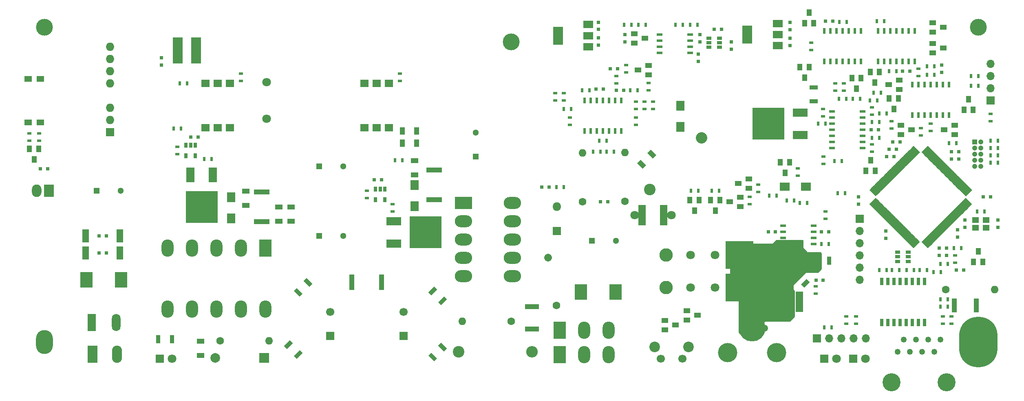
<source format=gbr>
G04 #@! TF.FileFunction,Soldermask,Top*
%FSLAX46Y46*%
G04 Gerber Fmt 4.6, Leading zero omitted, Abs format (unit mm)*
G04 Created by KiCad (PCBNEW 4.0.2-stable) date 06/03/2018 00:18:55*
%MOMM*%
G01*
G04 APERTURE LIST*
%ADD10C,0.100000*%
%ADD11R,0.900000X0.500000*%
%ADD12R,0.500000X0.900000*%
%ADD13C,1.998980*%
%ADD14R,1.998980X1.998980*%
%ADD15R,1.300000X1.300000*%
%ADD16C,1.300000*%
%ADD17R,0.800000X0.750000*%
%ADD18R,1.600000X1.000000*%
%ADD19R,1.000000X1.600000*%
%ADD20R,3.000000X1.000000*%
%ADD21C,1.700000*%
%ADD22R,1.700000X1.700000*%
%ADD23R,1.400000X1.150000*%
%ADD24R,0.508000X1.143000*%
%ADD25R,2.000000X3.800000*%
%ADD26R,2.000000X1.500000*%
%ADD27R,1.143000X0.508000*%
%ADD28R,1.060000X0.650000*%
%ADD29R,1.727200X1.727200*%
%ADD30O,1.727200X1.727200*%
%ADD31R,0.650000X1.060000*%
%ADD32R,1.780000X1.520000*%
%ADD33O,3.600000X2.500000*%
%ADD34R,3.600000X2.500000*%
%ADD35O,2.500000X3.600000*%
%ADD36R,2.500000X3.600000*%
%ADD37R,0.760000X1.650000*%
%ADD38R,3.200000X1.000000*%
%ADD39C,1.600000*%
%ADD40O,1.600000X1.600000*%
%ADD41C,2.400000*%
%ADD42O,2.400000X2.400000*%
%ADD43R,0.900000X1.700000*%
%ADD44R,1.000000X3.200000*%
%ADD45R,1.700000X0.900000*%
%ADD46C,2.400000*%
%ADD47R,3.048000X1.651000*%
%ADD48R,6.700520X6.700520*%
%ADD49R,1.000000X1.400000*%
%ADD50R,1.651000X3.048000*%
%ADD51R,1.400000X1.000000*%
%ADD52C,3.750000*%
%ADD53C,1.250000*%
%ADD54R,2.100000X3.600000*%
%ADD55O,2.100000X3.600000*%
%ADD56O,1.700000X1.700000*%
%ADD57R,1.050000X1.050000*%
%ADD58C,1.050000*%
%ADD59R,1.500000X4.200000*%
%ADD60R,1.470000X2.770000*%
%ADD61R,1.800000X1.800000*%
%ADD62C,1.800000*%
%ADD63R,1.800000X2.100000*%
%ADD64R,2.100000X1.800000*%
%ADD65R,2.600000X3.200000*%
%ADD66R,1.000000X3.000000*%
%ADD67R,0.750000X0.800000*%
%ADD68R,1.800000X3.600000*%
%ADD69O,1.800000X3.600000*%
%ADD70C,2.200000*%
%ADD71C,2.800000*%
%ADD72R,5.800000X5.800000*%
%ADD73C,1.600000*%
%ADD74O,1.800000X1.800000*%
%ADD75C,3.500000*%
%ADD76O,3.500000X5.000000*%
%ADD77O,8.000000X10.500000*%
%ADD78R,2.000000X2.600000*%
%ADD79O,2.000000X2.600000*%
%ADD80R,2.148840X5.499100*%
%ADD81R,1.498600X1.297940*%
%ADD82C,5.500000*%
%ADD83C,1.500000*%
%ADD84C,4.000000*%
%ADD85C,0.254000*%
G04 APERTURE END LIST*
D10*
X253944500Y-227000000D02*
G75*
G03X253944500Y-227000000I-444500J0D01*
G01*
X249444500Y-227000000D02*
G75*
G03X249444500Y-227000000I-444500J0D01*
G01*
X248385000Y-224500000D02*
G75*
G03X248385000Y-224500000I-635000J0D01*
G01*
X255385000Y-224500000D02*
G75*
G03X255385000Y-224500000I-635000J0D01*
G01*
D11*
X267462000Y-194806000D03*
X267462000Y-193306000D03*
D12*
X259600000Y-192024000D03*
X261100000Y-192024000D03*
D11*
X269240000Y-190766000D03*
X269240000Y-192266000D03*
D12*
X282396500Y-203073000D03*
X283896500Y-203073000D03*
D13*
X156464000Y-226824540D03*
D14*
X166624000Y-226824540D03*
D15*
X131826000Y-192024000D03*
D16*
X136826000Y-192024000D03*
D15*
X234696000Y-202438000D03*
D16*
X239696000Y-202438000D03*
D17*
X236486000Y-194310000D03*
X237986000Y-194310000D03*
D18*
X197866000Y-185698000D03*
X197866000Y-188698000D03*
D19*
X198350000Y-182118000D03*
X195350000Y-182118000D03*
D15*
X210566000Y-184912000D03*
D16*
X210566000Y-179912000D03*
D20*
X222250000Y-220740000D03*
X222250000Y-216140000D03*
D21*
X180340000Y-217250000D03*
D22*
X180340000Y-222250000D03*
D21*
X195580000Y-217250000D03*
D22*
X195580000Y-222250000D03*
D18*
X153416000Y-226290000D03*
X153416000Y-223290000D03*
X162814000Y-195048000D03*
X162814000Y-192048000D03*
D17*
X152896000Y-180848000D03*
X151396000Y-180848000D03*
D15*
X178054000Y-201422000D03*
D16*
X183054000Y-201422000D03*
D17*
X292747000Y-179324000D03*
X294247000Y-179324000D03*
X281253500Y-210629500D03*
X282753500Y-210629500D03*
D23*
X314368000Y-199682000D03*
X314368000Y-198082000D03*
X316568000Y-198082000D03*
X316568000Y-199682000D03*
D24*
X282956000Y-165100000D03*
X284226000Y-165100000D03*
X285496000Y-165100000D03*
X286766000Y-165100000D03*
X288036000Y-165100000D03*
X289306000Y-165100000D03*
X290576000Y-165100000D03*
X290576000Y-158750000D03*
X289306000Y-158750000D03*
X286766000Y-158750000D03*
X285496000Y-158750000D03*
X284226000Y-158750000D03*
X282956000Y-158750000D03*
X288036000Y-158750000D03*
X294132000Y-165100000D03*
X295402000Y-165100000D03*
X296672000Y-165100000D03*
X297942000Y-165100000D03*
X299212000Y-165100000D03*
X300482000Y-165100000D03*
X301752000Y-165100000D03*
X301752000Y-158750000D03*
X300482000Y-158750000D03*
X297942000Y-158750000D03*
X296672000Y-158750000D03*
X295402000Y-158750000D03*
X294132000Y-158750000D03*
X299212000Y-158750000D03*
D10*
G36*
X301558218Y-182621001D02*
X302882771Y-183945554D01*
X302438284Y-184390041D01*
X301113731Y-183065488D01*
X301558218Y-182621001D01*
X301558218Y-182621001D01*
G37*
G36*
X301270850Y-182908369D02*
X302595403Y-184232922D01*
X302150916Y-184677409D01*
X300826363Y-183352856D01*
X301270850Y-182908369D01*
X301270850Y-182908369D01*
G37*
G36*
X301001442Y-183177777D02*
X302325995Y-184502330D01*
X301881508Y-184946817D01*
X300556955Y-183622264D01*
X301001442Y-183177777D01*
X301001442Y-183177777D01*
G37*
G36*
X300714074Y-183465145D02*
X302038627Y-184789698D01*
X301594140Y-185234185D01*
X300269587Y-183909632D01*
X300714074Y-183465145D01*
X300714074Y-183465145D01*
G37*
G36*
X300426706Y-183752513D02*
X301751259Y-185077066D01*
X301306772Y-185521553D01*
X299982219Y-184197000D01*
X300426706Y-183752513D01*
X300426706Y-183752513D01*
G37*
G36*
X300139337Y-184039881D02*
X301463890Y-185364434D01*
X301019403Y-185808921D01*
X299694850Y-184484368D01*
X300139337Y-184039881D01*
X300139337Y-184039881D01*
G37*
G36*
X299869930Y-184309289D02*
X301194483Y-185633842D01*
X300749996Y-186078329D01*
X299425443Y-184753776D01*
X299869930Y-184309289D01*
X299869930Y-184309289D01*
G37*
G36*
X299582561Y-184596657D02*
X300907114Y-185921210D01*
X300462627Y-186365697D01*
X299138074Y-185041144D01*
X299582561Y-184596657D01*
X299582561Y-184596657D01*
G37*
G36*
X299295193Y-184884025D02*
X300619746Y-186208578D01*
X300175259Y-186653065D01*
X298850706Y-185328512D01*
X299295193Y-184884025D01*
X299295193Y-184884025D01*
G37*
G36*
X299007825Y-185171394D02*
X300332378Y-186495947D01*
X299887891Y-186940434D01*
X298563338Y-185615881D01*
X299007825Y-185171394D01*
X299007825Y-185171394D01*
G37*
G36*
X298738417Y-185440801D02*
X300062970Y-186765354D01*
X299618483Y-187209841D01*
X298293930Y-185885288D01*
X298738417Y-185440801D01*
X298738417Y-185440801D01*
G37*
G36*
X298451049Y-185728169D02*
X299775602Y-187052722D01*
X299331115Y-187497209D01*
X298006562Y-186172656D01*
X298451049Y-185728169D01*
X298451049Y-185728169D01*
G37*
G36*
X298163681Y-186015538D02*
X299488234Y-187340091D01*
X299043747Y-187784578D01*
X297719194Y-186460025D01*
X298163681Y-186015538D01*
X298163681Y-186015538D01*
G37*
G36*
X297876313Y-186302906D02*
X299200866Y-187627459D01*
X298756379Y-188071946D01*
X297431826Y-186747393D01*
X297876313Y-186302906D01*
X297876313Y-186302906D01*
G37*
G36*
X297606905Y-186572314D02*
X298931458Y-187896867D01*
X298486971Y-188341354D01*
X297162418Y-187016801D01*
X297606905Y-186572314D01*
X297606905Y-186572314D01*
G37*
G36*
X297319537Y-186859682D02*
X298644090Y-188184235D01*
X298199603Y-188628722D01*
X296875050Y-187304169D01*
X297319537Y-186859682D01*
X297319537Y-186859682D01*
G37*
G36*
X297032169Y-187147050D02*
X298356722Y-188471603D01*
X297912235Y-188916090D01*
X296587682Y-187591537D01*
X297032169Y-187147050D01*
X297032169Y-187147050D01*
G37*
G36*
X296744801Y-187434418D02*
X298069354Y-188758971D01*
X297624867Y-189203458D01*
X296300314Y-187878905D01*
X296744801Y-187434418D01*
X296744801Y-187434418D01*
G37*
G36*
X296475393Y-187703826D02*
X297799946Y-189028379D01*
X297355459Y-189472866D01*
X296030906Y-188148313D01*
X296475393Y-187703826D01*
X296475393Y-187703826D01*
G37*
G36*
X296188025Y-187991194D02*
X297512578Y-189315747D01*
X297068091Y-189760234D01*
X295743538Y-188435681D01*
X296188025Y-187991194D01*
X296188025Y-187991194D01*
G37*
G36*
X295900656Y-188278562D02*
X297225209Y-189603115D01*
X296780722Y-190047602D01*
X295456169Y-188723049D01*
X295900656Y-188278562D01*
X295900656Y-188278562D01*
G37*
G36*
X295613288Y-188565930D02*
X296937841Y-189890483D01*
X296493354Y-190334970D01*
X295168801Y-189010417D01*
X295613288Y-188565930D01*
X295613288Y-188565930D01*
G37*
G36*
X295343881Y-188835338D02*
X296668434Y-190159891D01*
X296223947Y-190604378D01*
X294899394Y-189279825D01*
X295343881Y-188835338D01*
X295343881Y-188835338D01*
G37*
G36*
X295056512Y-189122706D02*
X296381065Y-190447259D01*
X295936578Y-190891746D01*
X294612025Y-189567193D01*
X295056512Y-189122706D01*
X295056512Y-189122706D01*
G37*
G36*
X294769144Y-189410074D02*
X296093697Y-190734627D01*
X295649210Y-191179114D01*
X294324657Y-189854561D01*
X294769144Y-189410074D01*
X294769144Y-189410074D01*
G37*
G36*
X294481776Y-189697443D02*
X295806329Y-191021996D01*
X295361842Y-191466483D01*
X294037289Y-190141930D01*
X294481776Y-189697443D01*
X294481776Y-189697443D01*
G37*
G36*
X294212368Y-189966850D02*
X295536921Y-191291403D01*
X295092434Y-191735890D01*
X293767881Y-190411337D01*
X294212368Y-189966850D01*
X294212368Y-189966850D01*
G37*
G36*
X293925000Y-190254219D02*
X295249553Y-191578772D01*
X294805066Y-192023259D01*
X293480513Y-190698706D01*
X293925000Y-190254219D01*
X293925000Y-190254219D01*
G37*
G36*
X293637632Y-190541587D02*
X294962185Y-191866140D01*
X294517698Y-192310627D01*
X293193145Y-190986074D01*
X293637632Y-190541587D01*
X293637632Y-190541587D01*
G37*
G36*
X293350264Y-190828955D02*
X294674817Y-192153508D01*
X294230330Y-192597995D01*
X292905777Y-191273442D01*
X293350264Y-190828955D01*
X293350264Y-190828955D01*
G37*
G36*
X293080856Y-191098363D02*
X294405409Y-192422916D01*
X293960922Y-192867403D01*
X292636369Y-191542850D01*
X293080856Y-191098363D01*
X293080856Y-191098363D01*
G37*
G36*
X292793488Y-191385731D02*
X294118041Y-192710284D01*
X293673554Y-193154771D01*
X292349001Y-191830218D01*
X292793488Y-191385731D01*
X292793488Y-191385731D01*
G37*
G36*
X294118041Y-193877716D02*
X292793488Y-195202269D01*
X292349001Y-194757782D01*
X293673554Y-193433229D01*
X294118041Y-193877716D01*
X294118041Y-193877716D01*
G37*
G36*
X294405409Y-194165084D02*
X293080856Y-195489637D01*
X292636369Y-195045150D01*
X293960922Y-193720597D01*
X294405409Y-194165084D01*
X294405409Y-194165084D01*
G37*
G36*
X294674817Y-194434492D02*
X293350264Y-195759045D01*
X292905777Y-195314558D01*
X294230330Y-193990005D01*
X294674817Y-194434492D01*
X294674817Y-194434492D01*
G37*
G36*
X294962185Y-194721860D02*
X293637632Y-196046413D01*
X293193145Y-195601926D01*
X294517698Y-194277373D01*
X294962185Y-194721860D01*
X294962185Y-194721860D01*
G37*
G36*
X295249553Y-195009228D02*
X293925000Y-196333781D01*
X293480513Y-195889294D01*
X294805066Y-194564741D01*
X295249553Y-195009228D01*
X295249553Y-195009228D01*
G37*
G36*
X295536921Y-195296597D02*
X294212368Y-196621150D01*
X293767881Y-196176663D01*
X295092434Y-194852110D01*
X295536921Y-195296597D01*
X295536921Y-195296597D01*
G37*
G36*
X295806329Y-195566004D02*
X294481776Y-196890557D01*
X294037289Y-196446070D01*
X295361842Y-195121517D01*
X295806329Y-195566004D01*
X295806329Y-195566004D01*
G37*
G36*
X296093697Y-195853373D02*
X294769144Y-197177926D01*
X294324657Y-196733439D01*
X295649210Y-195408886D01*
X296093697Y-195853373D01*
X296093697Y-195853373D01*
G37*
G36*
X296381065Y-196140741D02*
X295056512Y-197465294D01*
X294612025Y-197020807D01*
X295936578Y-195696254D01*
X296381065Y-196140741D01*
X296381065Y-196140741D01*
G37*
G36*
X296668434Y-196428109D02*
X295343881Y-197752662D01*
X294899394Y-197308175D01*
X296223947Y-195983622D01*
X296668434Y-196428109D01*
X296668434Y-196428109D01*
G37*
G36*
X296937841Y-196697517D02*
X295613288Y-198022070D01*
X295168801Y-197577583D01*
X296493354Y-196253030D01*
X296937841Y-196697517D01*
X296937841Y-196697517D01*
G37*
G36*
X297225209Y-196984885D02*
X295900656Y-198309438D01*
X295456169Y-197864951D01*
X296780722Y-196540398D01*
X297225209Y-196984885D01*
X297225209Y-196984885D01*
G37*
G36*
X297512578Y-197272253D02*
X296188025Y-198596806D01*
X295743538Y-198152319D01*
X297068091Y-196827766D01*
X297512578Y-197272253D01*
X297512578Y-197272253D01*
G37*
G36*
X297799946Y-197559621D02*
X296475393Y-198884174D01*
X296030906Y-198439687D01*
X297355459Y-197115134D01*
X297799946Y-197559621D01*
X297799946Y-197559621D01*
G37*
G36*
X298069354Y-197829029D02*
X296744801Y-199153582D01*
X296300314Y-198709095D01*
X297624867Y-197384542D01*
X298069354Y-197829029D01*
X298069354Y-197829029D01*
G37*
G36*
X298356722Y-198116397D02*
X297032169Y-199440950D01*
X296587682Y-198996463D01*
X297912235Y-197671910D01*
X298356722Y-198116397D01*
X298356722Y-198116397D01*
G37*
G36*
X298644090Y-198403765D02*
X297319537Y-199728318D01*
X296875050Y-199283831D01*
X298199603Y-197959278D01*
X298644090Y-198403765D01*
X298644090Y-198403765D01*
G37*
G36*
X298931458Y-198691133D02*
X297606905Y-200015686D01*
X297162418Y-199571199D01*
X298486971Y-198246646D01*
X298931458Y-198691133D01*
X298931458Y-198691133D01*
G37*
G36*
X299200866Y-198960541D02*
X297876313Y-200285094D01*
X297431826Y-199840607D01*
X298756379Y-198516054D01*
X299200866Y-198960541D01*
X299200866Y-198960541D01*
G37*
G36*
X299488234Y-199247909D02*
X298163681Y-200572462D01*
X297719194Y-200127975D01*
X299043747Y-198803422D01*
X299488234Y-199247909D01*
X299488234Y-199247909D01*
G37*
G36*
X299775602Y-199535278D02*
X298451049Y-200859831D01*
X298006562Y-200415344D01*
X299331115Y-199090791D01*
X299775602Y-199535278D01*
X299775602Y-199535278D01*
G37*
G36*
X300062970Y-199822646D02*
X298738417Y-201147199D01*
X298293930Y-200702712D01*
X299618483Y-199378159D01*
X300062970Y-199822646D01*
X300062970Y-199822646D01*
G37*
G36*
X300332378Y-200092053D02*
X299007825Y-201416606D01*
X298563338Y-200972119D01*
X299887891Y-199647566D01*
X300332378Y-200092053D01*
X300332378Y-200092053D01*
G37*
G36*
X300619746Y-200379422D02*
X299295193Y-201703975D01*
X298850706Y-201259488D01*
X300175259Y-199934935D01*
X300619746Y-200379422D01*
X300619746Y-200379422D01*
G37*
G36*
X300907114Y-200666790D02*
X299582561Y-201991343D01*
X299138074Y-201546856D01*
X300462627Y-200222303D01*
X300907114Y-200666790D01*
X300907114Y-200666790D01*
G37*
G36*
X301194483Y-200954158D02*
X299869930Y-202278711D01*
X299425443Y-201834224D01*
X300749996Y-200509671D01*
X301194483Y-200954158D01*
X301194483Y-200954158D01*
G37*
G36*
X301463890Y-201223566D02*
X300139337Y-202548119D01*
X299694850Y-202103632D01*
X301019403Y-200779079D01*
X301463890Y-201223566D01*
X301463890Y-201223566D01*
G37*
G36*
X301751259Y-201510934D02*
X300426706Y-202835487D01*
X299982219Y-202391000D01*
X301306772Y-201066447D01*
X301751259Y-201510934D01*
X301751259Y-201510934D01*
G37*
G36*
X302038627Y-201798302D02*
X300714074Y-203122855D01*
X300269587Y-202678368D01*
X301594140Y-201353815D01*
X302038627Y-201798302D01*
X302038627Y-201798302D01*
G37*
G36*
X302325995Y-202085670D02*
X301001442Y-203410223D01*
X300556955Y-202965736D01*
X301881508Y-201641183D01*
X302325995Y-202085670D01*
X302325995Y-202085670D01*
G37*
G36*
X302595403Y-202355078D02*
X301270850Y-203679631D01*
X300826363Y-203235144D01*
X302150916Y-201910591D01*
X302595403Y-202355078D01*
X302595403Y-202355078D01*
G37*
G36*
X302882771Y-202642446D02*
X301558218Y-203966999D01*
X301113731Y-203522512D01*
X302438284Y-202197959D01*
X302882771Y-202642446D01*
X302882771Y-202642446D01*
G37*
G36*
X303605716Y-202197959D02*
X304930269Y-203522512D01*
X304485782Y-203966999D01*
X303161229Y-202642446D01*
X303605716Y-202197959D01*
X303605716Y-202197959D01*
G37*
G36*
X303893084Y-201910591D02*
X305217637Y-203235144D01*
X304773150Y-203679631D01*
X303448597Y-202355078D01*
X303893084Y-201910591D01*
X303893084Y-201910591D01*
G37*
G36*
X304162492Y-201641183D02*
X305487045Y-202965736D01*
X305042558Y-203410223D01*
X303718005Y-202085670D01*
X304162492Y-201641183D01*
X304162492Y-201641183D01*
G37*
G36*
X304449860Y-201353815D02*
X305774413Y-202678368D01*
X305329926Y-203122855D01*
X304005373Y-201798302D01*
X304449860Y-201353815D01*
X304449860Y-201353815D01*
G37*
G36*
X304737228Y-201066447D02*
X306061781Y-202391000D01*
X305617294Y-202835487D01*
X304292741Y-201510934D01*
X304737228Y-201066447D01*
X304737228Y-201066447D01*
G37*
G36*
X305024597Y-200779079D02*
X306349150Y-202103632D01*
X305904663Y-202548119D01*
X304580110Y-201223566D01*
X305024597Y-200779079D01*
X305024597Y-200779079D01*
G37*
G36*
X305294004Y-200509671D02*
X306618557Y-201834224D01*
X306174070Y-202278711D01*
X304849517Y-200954158D01*
X305294004Y-200509671D01*
X305294004Y-200509671D01*
G37*
G36*
X305581373Y-200222303D02*
X306905926Y-201546856D01*
X306461439Y-201991343D01*
X305136886Y-200666790D01*
X305581373Y-200222303D01*
X305581373Y-200222303D01*
G37*
G36*
X305868741Y-199934935D02*
X307193294Y-201259488D01*
X306748807Y-201703975D01*
X305424254Y-200379422D01*
X305868741Y-199934935D01*
X305868741Y-199934935D01*
G37*
G36*
X306156109Y-199647566D02*
X307480662Y-200972119D01*
X307036175Y-201416606D01*
X305711622Y-200092053D01*
X306156109Y-199647566D01*
X306156109Y-199647566D01*
G37*
G36*
X306425517Y-199378159D02*
X307750070Y-200702712D01*
X307305583Y-201147199D01*
X305981030Y-199822646D01*
X306425517Y-199378159D01*
X306425517Y-199378159D01*
G37*
G36*
X306712885Y-199090791D02*
X308037438Y-200415344D01*
X307592951Y-200859831D01*
X306268398Y-199535278D01*
X306712885Y-199090791D01*
X306712885Y-199090791D01*
G37*
G36*
X307000253Y-198803422D02*
X308324806Y-200127975D01*
X307880319Y-200572462D01*
X306555766Y-199247909D01*
X307000253Y-198803422D01*
X307000253Y-198803422D01*
G37*
G36*
X307287621Y-198516054D02*
X308612174Y-199840607D01*
X308167687Y-200285094D01*
X306843134Y-198960541D01*
X307287621Y-198516054D01*
X307287621Y-198516054D01*
G37*
G36*
X307557029Y-198246646D02*
X308881582Y-199571199D01*
X308437095Y-200015686D01*
X307112542Y-198691133D01*
X307557029Y-198246646D01*
X307557029Y-198246646D01*
G37*
G36*
X307844397Y-197959278D02*
X309168950Y-199283831D01*
X308724463Y-199728318D01*
X307399910Y-198403765D01*
X307844397Y-197959278D01*
X307844397Y-197959278D01*
G37*
G36*
X308131765Y-197671910D02*
X309456318Y-198996463D01*
X309011831Y-199440950D01*
X307687278Y-198116397D01*
X308131765Y-197671910D01*
X308131765Y-197671910D01*
G37*
G36*
X308419133Y-197384542D02*
X309743686Y-198709095D01*
X309299199Y-199153582D01*
X307974646Y-197829029D01*
X308419133Y-197384542D01*
X308419133Y-197384542D01*
G37*
G36*
X308688541Y-197115134D02*
X310013094Y-198439687D01*
X309568607Y-198884174D01*
X308244054Y-197559621D01*
X308688541Y-197115134D01*
X308688541Y-197115134D01*
G37*
G36*
X308975909Y-196827766D02*
X310300462Y-198152319D01*
X309855975Y-198596806D01*
X308531422Y-197272253D01*
X308975909Y-196827766D01*
X308975909Y-196827766D01*
G37*
G36*
X309263278Y-196540398D02*
X310587831Y-197864951D01*
X310143344Y-198309438D01*
X308818791Y-196984885D01*
X309263278Y-196540398D01*
X309263278Y-196540398D01*
G37*
G36*
X309550646Y-196253030D02*
X310875199Y-197577583D01*
X310430712Y-198022070D01*
X309106159Y-196697517D01*
X309550646Y-196253030D01*
X309550646Y-196253030D01*
G37*
G36*
X309820053Y-195983622D02*
X311144606Y-197308175D01*
X310700119Y-197752662D01*
X309375566Y-196428109D01*
X309820053Y-195983622D01*
X309820053Y-195983622D01*
G37*
G36*
X310107422Y-195696254D02*
X311431975Y-197020807D01*
X310987488Y-197465294D01*
X309662935Y-196140741D01*
X310107422Y-195696254D01*
X310107422Y-195696254D01*
G37*
G36*
X310394790Y-195408886D02*
X311719343Y-196733439D01*
X311274856Y-197177926D01*
X309950303Y-195853373D01*
X310394790Y-195408886D01*
X310394790Y-195408886D01*
G37*
G36*
X310682158Y-195121517D02*
X312006711Y-196446070D01*
X311562224Y-196890557D01*
X310237671Y-195566004D01*
X310682158Y-195121517D01*
X310682158Y-195121517D01*
G37*
G36*
X310951566Y-194852110D02*
X312276119Y-196176663D01*
X311831632Y-196621150D01*
X310507079Y-195296597D01*
X310951566Y-194852110D01*
X310951566Y-194852110D01*
G37*
G36*
X311238934Y-194564741D02*
X312563487Y-195889294D01*
X312119000Y-196333781D01*
X310794447Y-195009228D01*
X311238934Y-194564741D01*
X311238934Y-194564741D01*
G37*
G36*
X311526302Y-194277373D02*
X312850855Y-195601926D01*
X312406368Y-196046413D01*
X311081815Y-194721860D01*
X311526302Y-194277373D01*
X311526302Y-194277373D01*
G37*
G36*
X311813670Y-193990005D02*
X313138223Y-195314558D01*
X312693736Y-195759045D01*
X311369183Y-194434492D01*
X311813670Y-193990005D01*
X311813670Y-193990005D01*
G37*
G36*
X312083078Y-193720597D02*
X313407631Y-195045150D01*
X312963144Y-195489637D01*
X311638591Y-194165084D01*
X312083078Y-193720597D01*
X312083078Y-193720597D01*
G37*
G36*
X312370446Y-193433229D02*
X313694999Y-194757782D01*
X313250512Y-195202269D01*
X311925959Y-193877716D01*
X312370446Y-193433229D01*
X312370446Y-193433229D01*
G37*
G36*
X313694999Y-191830218D02*
X312370446Y-193154771D01*
X311925959Y-192710284D01*
X313250512Y-191385731D01*
X313694999Y-191830218D01*
X313694999Y-191830218D01*
G37*
G36*
X313407631Y-191542850D02*
X312083078Y-192867403D01*
X311638591Y-192422916D01*
X312963144Y-191098363D01*
X313407631Y-191542850D01*
X313407631Y-191542850D01*
G37*
G36*
X313138223Y-191273442D02*
X311813670Y-192597995D01*
X311369183Y-192153508D01*
X312693736Y-190828955D01*
X313138223Y-191273442D01*
X313138223Y-191273442D01*
G37*
G36*
X312850855Y-190986074D02*
X311526302Y-192310627D01*
X311081815Y-191866140D01*
X312406368Y-190541587D01*
X312850855Y-190986074D01*
X312850855Y-190986074D01*
G37*
G36*
X312563487Y-190698706D02*
X311238934Y-192023259D01*
X310794447Y-191578772D01*
X312119000Y-190254219D01*
X312563487Y-190698706D01*
X312563487Y-190698706D01*
G37*
G36*
X312276119Y-190411337D02*
X310951566Y-191735890D01*
X310507079Y-191291403D01*
X311831632Y-189966850D01*
X312276119Y-190411337D01*
X312276119Y-190411337D01*
G37*
G36*
X312006711Y-190141930D02*
X310682158Y-191466483D01*
X310237671Y-191021996D01*
X311562224Y-189697443D01*
X312006711Y-190141930D01*
X312006711Y-190141930D01*
G37*
G36*
X311719343Y-189854561D02*
X310394790Y-191179114D01*
X309950303Y-190734627D01*
X311274856Y-189410074D01*
X311719343Y-189854561D01*
X311719343Y-189854561D01*
G37*
G36*
X311431975Y-189567193D02*
X310107422Y-190891746D01*
X309662935Y-190447259D01*
X310987488Y-189122706D01*
X311431975Y-189567193D01*
X311431975Y-189567193D01*
G37*
G36*
X311144606Y-189279825D02*
X309820053Y-190604378D01*
X309375566Y-190159891D01*
X310700119Y-188835338D01*
X311144606Y-189279825D01*
X311144606Y-189279825D01*
G37*
G36*
X310875199Y-189010417D02*
X309550646Y-190334970D01*
X309106159Y-189890483D01*
X310430712Y-188565930D01*
X310875199Y-189010417D01*
X310875199Y-189010417D01*
G37*
G36*
X310587831Y-188723049D02*
X309263278Y-190047602D01*
X308818791Y-189603115D01*
X310143344Y-188278562D01*
X310587831Y-188723049D01*
X310587831Y-188723049D01*
G37*
G36*
X310300462Y-188435681D02*
X308975909Y-189760234D01*
X308531422Y-189315747D01*
X309855975Y-187991194D01*
X310300462Y-188435681D01*
X310300462Y-188435681D01*
G37*
G36*
X310013094Y-188148313D02*
X308688541Y-189472866D01*
X308244054Y-189028379D01*
X309568607Y-187703826D01*
X310013094Y-188148313D01*
X310013094Y-188148313D01*
G37*
G36*
X309743686Y-187878905D02*
X308419133Y-189203458D01*
X307974646Y-188758971D01*
X309299199Y-187434418D01*
X309743686Y-187878905D01*
X309743686Y-187878905D01*
G37*
G36*
X309456318Y-187591537D02*
X308131765Y-188916090D01*
X307687278Y-188471603D01*
X309011831Y-187147050D01*
X309456318Y-187591537D01*
X309456318Y-187591537D01*
G37*
G36*
X309168950Y-187304169D02*
X307844397Y-188628722D01*
X307399910Y-188184235D01*
X308724463Y-186859682D01*
X309168950Y-187304169D01*
X309168950Y-187304169D01*
G37*
G36*
X308881582Y-187016801D02*
X307557029Y-188341354D01*
X307112542Y-187896867D01*
X308437095Y-186572314D01*
X308881582Y-187016801D01*
X308881582Y-187016801D01*
G37*
G36*
X308612174Y-186747393D02*
X307287621Y-188071946D01*
X306843134Y-187627459D01*
X308167687Y-186302906D01*
X308612174Y-186747393D01*
X308612174Y-186747393D01*
G37*
G36*
X308324806Y-186460025D02*
X307000253Y-187784578D01*
X306555766Y-187340091D01*
X307880319Y-186015538D01*
X308324806Y-186460025D01*
X308324806Y-186460025D01*
G37*
G36*
X308037438Y-186172656D02*
X306712885Y-187497209D01*
X306268398Y-187052722D01*
X307592951Y-185728169D01*
X308037438Y-186172656D01*
X308037438Y-186172656D01*
G37*
G36*
X307750070Y-185885288D02*
X306425517Y-187209841D01*
X305981030Y-186765354D01*
X307305583Y-185440801D01*
X307750070Y-185885288D01*
X307750070Y-185885288D01*
G37*
G36*
X307480662Y-185615881D02*
X306156109Y-186940434D01*
X305711622Y-186495947D01*
X307036175Y-185171394D01*
X307480662Y-185615881D01*
X307480662Y-185615881D01*
G37*
G36*
X307193294Y-185328512D02*
X305868741Y-186653065D01*
X305424254Y-186208578D01*
X306748807Y-184884025D01*
X307193294Y-185328512D01*
X307193294Y-185328512D01*
G37*
G36*
X306905926Y-185041144D02*
X305581373Y-186365697D01*
X305136886Y-185921210D01*
X306461439Y-184596657D01*
X306905926Y-185041144D01*
X306905926Y-185041144D01*
G37*
G36*
X306618557Y-184753776D02*
X305294004Y-186078329D01*
X304849517Y-185633842D01*
X306174070Y-184309289D01*
X306618557Y-184753776D01*
X306618557Y-184753776D01*
G37*
G36*
X306349150Y-184484368D02*
X305024597Y-185808921D01*
X304580110Y-185364434D01*
X305904663Y-184039881D01*
X306349150Y-184484368D01*
X306349150Y-184484368D01*
G37*
G36*
X306061781Y-184197000D02*
X304737228Y-185521553D01*
X304292741Y-185077066D01*
X305617294Y-183752513D01*
X306061781Y-184197000D01*
X306061781Y-184197000D01*
G37*
G36*
X305774413Y-183909632D02*
X304449860Y-185234185D01*
X304005373Y-184789698D01*
X305329926Y-183465145D01*
X305774413Y-183909632D01*
X305774413Y-183909632D01*
G37*
G36*
X305487045Y-183622264D02*
X304162492Y-184946817D01*
X303718005Y-184502330D01*
X305042558Y-183177777D01*
X305487045Y-183622264D01*
X305487045Y-183622264D01*
G37*
G36*
X305217637Y-183352856D02*
X303893084Y-184677409D01*
X303448597Y-184232922D01*
X304773150Y-182908369D01*
X305217637Y-183352856D01*
X305217637Y-183352856D01*
G37*
G36*
X304930269Y-183065488D02*
X303605716Y-184390041D01*
X303161229Y-183945554D01*
X304485782Y-182621001D01*
X304930269Y-183065488D01*
X304930269Y-183065488D01*
G37*
D25*
X267004400Y-159461200D03*
D26*
X273304400Y-159461200D03*
X273304400Y-157161200D03*
X273304400Y-161761200D03*
D25*
X227672500Y-159702500D03*
D26*
X233972500Y-159702500D03*
X233972500Y-157402500D03*
X233972500Y-162002500D03*
D27*
X248793000Y-163322000D03*
X248793000Y-162052000D03*
X248793000Y-160782000D03*
X248793000Y-159512000D03*
X255143000Y-159512000D03*
X255143000Y-160782000D03*
X255143000Y-162052000D03*
X255143000Y-163322000D03*
D28*
X258996000Y-160213000D03*
X258996000Y-161163000D03*
X258996000Y-162113000D03*
X261196000Y-162113000D03*
X261196000Y-160213000D03*
X261196000Y-161163000D03*
D29*
X134620000Y-179832000D03*
D30*
X134620000Y-177292000D03*
X134620000Y-174752000D03*
X134620000Y-169672000D03*
X134620000Y-167132000D03*
X134620000Y-164592000D03*
X134620000Y-162052000D03*
D31*
X191704000Y-191686000D03*
X190754000Y-191686000D03*
X189804000Y-191686000D03*
X189804000Y-193886000D03*
X191704000Y-193886000D03*
D32*
X192532000Y-169609000D03*
X189992000Y-169609000D03*
X187452000Y-169609000D03*
X187452000Y-178879000D03*
X189992000Y-178879000D03*
X192532000Y-178879000D03*
D31*
X152334000Y-182542000D03*
X151384000Y-182542000D03*
X150434000Y-182542000D03*
X150434000Y-184742000D03*
X152334000Y-184742000D03*
D24*
X308864000Y-169926000D03*
X307594000Y-169926000D03*
X306324000Y-169926000D03*
X305054000Y-169926000D03*
X303784000Y-169926000D03*
X302514000Y-169926000D03*
X301244000Y-169926000D03*
X301244000Y-176276000D03*
X302514000Y-176276000D03*
X305054000Y-176276000D03*
X306324000Y-176276000D03*
X307594000Y-176276000D03*
X308864000Y-176276000D03*
X303784000Y-176276000D03*
X233172000Y-179578000D03*
X234442000Y-179578000D03*
X235712000Y-179578000D03*
X236982000Y-179578000D03*
X238252000Y-179578000D03*
X239522000Y-179578000D03*
X240792000Y-179578000D03*
X240792000Y-173228000D03*
X239522000Y-173228000D03*
X236982000Y-173228000D03*
X235712000Y-173228000D03*
X234442000Y-173228000D03*
X233172000Y-173228000D03*
X238252000Y-173228000D03*
D27*
X290957000Y-183134000D03*
X290957000Y-181864000D03*
X290957000Y-180594000D03*
X290957000Y-179324000D03*
X290957000Y-178054000D03*
X290957000Y-176784000D03*
X290957000Y-175514000D03*
X284607000Y-175514000D03*
X284607000Y-176784000D03*
X284607000Y-179324000D03*
X284607000Y-180594000D03*
X284607000Y-181864000D03*
X284607000Y-183134000D03*
X284607000Y-178054000D03*
D33*
X208026000Y-209804000D03*
X208026000Y-205994000D03*
X218186000Y-209804000D03*
X218186000Y-205994000D03*
X208026000Y-202184000D03*
X208026000Y-198374000D03*
D34*
X208026000Y-194564000D03*
D33*
X218186000Y-194564000D03*
X218186000Y-198374000D03*
X218186000Y-202184000D03*
D35*
X146558000Y-203962000D03*
X151638000Y-203962000D03*
X146558000Y-216662000D03*
X151638000Y-216662000D03*
X156718000Y-203962000D03*
X161798000Y-203962000D03*
D36*
X166878000Y-203962000D03*
D35*
X166878000Y-216662000D03*
X161798000Y-216662000D03*
X156718000Y-216662000D03*
D37*
X303784000Y-219393000D03*
X303784000Y-210883000D03*
X302514000Y-219393000D03*
X302514000Y-210883000D03*
X301244000Y-219393000D03*
X301244000Y-210883000D03*
X299974000Y-219393000D03*
X299974000Y-210883000D03*
X298704000Y-219393000D03*
X298704000Y-210883000D03*
X297434000Y-219393000D03*
X297434000Y-210883000D03*
X296164000Y-219393000D03*
X296164000Y-210883000D03*
X294894000Y-219393000D03*
X294894000Y-210883000D03*
D12*
X319012000Y-186182000D03*
X317512000Y-186182000D03*
X319012000Y-184658000D03*
X317512000Y-184658000D03*
X319012000Y-183134000D03*
X317512000Y-183134000D03*
X319012000Y-181610000D03*
X317512000Y-181610000D03*
D11*
X307594000Y-219698000D03*
X307594000Y-218198000D03*
X309372000Y-219698000D03*
X309372000Y-218198000D03*
D12*
X307098000Y-216154000D03*
X308598000Y-216154000D03*
X307098000Y-214630000D03*
X308598000Y-214630000D03*
X295898000Y-208534000D03*
X294398000Y-208534000D03*
X297065000Y-208534000D03*
X298565000Y-208534000D03*
X301613000Y-208534000D03*
X300113000Y-208534000D03*
X302780000Y-208534000D03*
X304280000Y-208534000D03*
D11*
X287528000Y-218198000D03*
X287528000Y-219698000D03*
X289560000Y-218198000D03*
X289560000Y-219698000D03*
D12*
X314718000Y-196342000D03*
X316218000Y-196342000D03*
X307098000Y-207264000D03*
X308598000Y-207264000D03*
X307201000Y-208915000D03*
X305701000Y-208915000D03*
X311392000Y-203962000D03*
X309892000Y-203962000D03*
D11*
X310134000Y-206998000D03*
X310134000Y-205498000D03*
D12*
X295390000Y-156718000D03*
X293890000Y-156718000D03*
X296430000Y-167132000D03*
X297930000Y-167132000D03*
X310376000Y-182118000D03*
X308876000Y-182118000D03*
X284468000Y-220472000D03*
X282968000Y-220472000D03*
X277888000Y-194564000D03*
X279388000Y-194564000D03*
X252107000Y-157480000D03*
X253607000Y-157480000D03*
X255155000Y-157480000D03*
X256655000Y-157480000D03*
D11*
X193294000Y-194830000D03*
X193294000Y-196330000D03*
D38*
X201930000Y-187654000D03*
X201930000Y-193854000D03*
D12*
X195314000Y-185674000D03*
X193814000Y-185674000D03*
D11*
X187960000Y-192036000D03*
X187960000Y-193536000D03*
X194818000Y-167652000D03*
X194818000Y-169152000D03*
X303022000Y-178955000D03*
X303022000Y-180455000D03*
D12*
X286627000Y-185801000D03*
X285127000Y-185801000D03*
D11*
X282829000Y-184924000D03*
X282829000Y-186424000D03*
D39*
X217932000Y-219202000D03*
D40*
X207772000Y-219202000D03*
D41*
X207010000Y-225552000D03*
D42*
X222250000Y-225552000D03*
D10*
G36*
X174009538Y-214034544D02*
X172807456Y-212832462D01*
X173443852Y-212196066D01*
X174645934Y-213398148D01*
X174009538Y-214034544D01*
X174009538Y-214034544D01*
G37*
G36*
X176060148Y-211983934D02*
X174858066Y-210781852D01*
X175494462Y-210145456D01*
X176696544Y-211347538D01*
X176060148Y-211983934D01*
X176060148Y-211983934D01*
G37*
G36*
X174664544Y-225786462D02*
X173462462Y-226988544D01*
X172826066Y-226352148D01*
X174028148Y-225150066D01*
X174664544Y-225786462D01*
X174664544Y-225786462D01*
G37*
G36*
X172613934Y-223735852D02*
X171411852Y-224937934D01*
X170775456Y-224301538D01*
X171977538Y-223099456D01*
X172613934Y-223735852D01*
X172613934Y-223735852D01*
G37*
G36*
X204636544Y-214610462D02*
X203434462Y-215812544D01*
X202798066Y-215176148D01*
X204000148Y-213974066D01*
X204636544Y-214610462D01*
X204636544Y-214610462D01*
G37*
G36*
X202585934Y-212559852D02*
X201383852Y-213761934D01*
X200747456Y-213125538D01*
X201949538Y-211923456D01*
X202585934Y-212559852D01*
X202585934Y-212559852D01*
G37*
G36*
X201949538Y-227496544D02*
X200747456Y-226294462D01*
X201383852Y-225658066D01*
X202585934Y-226860148D01*
X201949538Y-227496544D01*
X201949538Y-227496544D01*
G37*
G36*
X204000148Y-225445934D02*
X202798066Y-224243852D01*
X203434462Y-223607456D01*
X204636544Y-224809538D01*
X204000148Y-225445934D01*
X204000148Y-225445934D01*
G37*
D43*
X144600000Y-222885000D03*
X147500000Y-222885000D03*
D39*
X157480000Y-223266000D03*
D40*
X167640000Y-223266000D03*
D44*
X184860000Y-211074000D03*
X191060000Y-211074000D03*
D12*
X154190000Y-185420000D03*
X155690000Y-185420000D03*
D38*
X166116000Y-198426000D03*
X166116000Y-192226000D03*
D12*
X147840000Y-179070000D03*
X149340000Y-179070000D03*
D11*
X148590000Y-182892000D03*
X148590000Y-184392000D03*
X161798000Y-167652000D03*
X161798000Y-169152000D03*
X247396000Y-174994000D03*
X247396000Y-173494000D03*
X227076000Y-173216000D03*
X227076000Y-171716000D03*
X285242000Y-169684000D03*
X285242000Y-171184000D03*
X287020000Y-171184000D03*
X287020000Y-169684000D03*
D12*
X287516000Y-172847000D03*
X286016000Y-172847000D03*
X288937000Y-172847000D03*
X290437000Y-172847000D03*
X281698000Y-178054000D03*
X283198000Y-178054000D03*
D11*
X277495000Y-187337000D03*
X277495000Y-188837000D03*
D45*
X280797000Y-173408000D03*
X280797000Y-170508000D03*
D11*
X282702000Y-176518000D03*
X282702000Y-175018000D03*
D12*
X271538000Y-193040000D03*
X273038000Y-193040000D03*
D11*
X302514000Y-168136000D03*
X302514000Y-166636000D03*
X305054000Y-179566000D03*
X305054000Y-178066000D03*
X241808000Y-165874000D03*
X241808000Y-167374000D03*
X239776000Y-169660000D03*
X239776000Y-168160000D03*
D12*
X244209000Y-171069000D03*
X242709000Y-171069000D03*
D41*
X246761000Y-191770000D03*
D46*
X257537307Y-180993693D02*
X257537307Y-180993693D01*
D12*
X304304000Y-166116000D03*
X305804000Y-166116000D03*
X305804000Y-167894000D03*
X304304000Y-167894000D03*
D11*
X296926000Y-177558000D03*
X296926000Y-179058000D03*
D12*
X234176000Y-171069000D03*
X232676000Y-171069000D03*
D11*
X246507000Y-171057000D03*
X246507000Y-169557000D03*
X243840000Y-174994000D03*
X243840000Y-173494000D03*
X245618000Y-174994000D03*
X245618000Y-173494000D03*
D12*
X228866000Y-175006000D03*
X230366000Y-175006000D03*
D11*
X228854000Y-173216000D03*
X228854000Y-171716000D03*
X243840000Y-176796000D03*
X243840000Y-178296000D03*
X230124000Y-176796000D03*
X230124000Y-178296000D03*
D12*
X236232000Y-181610000D03*
X237732000Y-181610000D03*
X234962000Y-183896000D03*
X236462000Y-183896000D03*
X239256000Y-183896000D03*
X237756000Y-183896000D03*
D39*
X232791000Y-194310000D03*
D40*
X232791000Y-184150000D03*
D39*
X241554000Y-194183000D03*
D40*
X241554000Y-184023000D03*
D12*
X255282000Y-192024000D03*
X256782000Y-192024000D03*
X293255000Y-171577000D03*
X294755000Y-171577000D03*
X292493000Y-173228000D03*
X293993000Y-173228000D03*
D11*
X292862000Y-176137000D03*
X292862000Y-174637000D03*
D12*
X294398000Y-175895000D03*
X295898000Y-175895000D03*
X294374000Y-177673000D03*
X292874000Y-177673000D03*
D11*
X292862000Y-182384000D03*
X292862000Y-183884000D03*
D12*
X292874000Y-180975000D03*
X294374000Y-180975000D03*
D11*
X283273500Y-197854000D03*
X283273500Y-196354000D03*
D12*
X285762000Y-192532000D03*
X287262000Y-192532000D03*
X275221000Y-194056000D03*
X276721000Y-194056000D03*
D11*
X281241500Y-211911500D03*
X281241500Y-213411500D03*
D47*
X193548000Y-198358760D03*
D48*
X200197720Y-200660000D03*
D47*
X193548000Y-202961240D03*
D49*
X314010000Y-206840000D03*
X315910000Y-206840000D03*
X314960000Y-204640000D03*
D50*
X155971240Y-188722000D03*
D48*
X153670000Y-195371720D03*
D50*
X151368760Y-188722000D03*
D49*
X290637000Y-168572000D03*
X288737000Y-168572000D03*
X289687000Y-170772000D03*
X279842000Y-166286000D03*
X277942000Y-166286000D03*
X278892000Y-168486000D03*
D47*
X278003000Y-180355240D03*
D48*
X271353280Y-178054000D03*
D47*
X278003000Y-175752760D03*
D49*
X298384000Y-172763000D03*
X296484000Y-172763000D03*
X297434000Y-174963000D03*
D51*
X265514000Y-195260000D03*
X265514000Y-193360000D03*
X263314000Y-194310000D03*
X267292000Y-191450000D03*
X267292000Y-189550000D03*
X265092000Y-190500000D03*
D49*
X261300000Y-193972000D03*
X259400000Y-193972000D03*
X260350000Y-196172000D03*
X256982000Y-193972000D03*
X255082000Y-193972000D03*
X256032000Y-196172000D03*
D52*
X308356000Y-231902000D03*
D53*
X299466000Y-223012000D03*
D52*
X296924000Y-231902000D03*
D53*
X302006000Y-223012000D03*
X304546000Y-223012000D03*
X307086000Y-223012000D03*
X298196000Y-225552000D03*
X300736000Y-225552000D03*
X303276000Y-225552000D03*
X305816000Y-225552000D03*
D54*
X131000000Y-226000000D03*
D55*
X136080000Y-226000000D03*
D35*
X238160000Y-226080000D03*
X233080000Y-226080000D03*
D36*
X228000000Y-226080000D03*
X228000000Y-221000000D03*
D35*
X233080000Y-221000000D03*
X238160000Y-221000000D03*
D22*
X281432000Y-222758000D03*
D56*
X283972000Y-222758000D03*
X286512000Y-222758000D03*
X289052000Y-222758000D03*
X291592000Y-222758000D03*
D22*
X290322000Y-197866000D03*
D56*
X290322000Y-200406000D03*
X290322000Y-202946000D03*
X290322000Y-205486000D03*
X290322000Y-208026000D03*
X290322000Y-210566000D03*
D57*
X314198000Y-181864000D03*
D58*
X314198000Y-183134000D03*
X314198000Y-184404000D03*
X314198000Y-185674000D03*
X314198000Y-186944000D03*
X315468000Y-183134000D03*
X315468000Y-184404000D03*
X315468000Y-185674000D03*
X315468000Y-186944000D03*
X315468000Y-181864000D03*
D59*
X245146000Y-197104000D03*
X249646000Y-197104000D03*
D60*
X136652000Y-204990000D03*
X136652000Y-201410000D03*
X129540000Y-204990000D03*
X129540000Y-201410000D03*
D28*
X300439000Y-206690000D03*
X300439000Y-205740000D03*
X300439000Y-204790000D03*
X298239000Y-204790000D03*
X298239000Y-206690000D03*
X298239000Y-205740000D03*
D61*
X289000000Y-227000000D03*
D62*
X291540000Y-227000000D03*
D61*
X283000000Y-227000000D03*
D62*
X285540000Y-227000000D03*
D51*
X298534000Y-170876000D03*
X298534000Y-168976000D03*
X296334000Y-169926000D03*
D61*
X145000000Y-227000000D03*
D62*
X147540000Y-227000000D03*
D49*
X312003400Y-175115400D03*
X313903400Y-175115400D03*
X312953400Y-172915400D03*
D51*
X305478000Y-157038000D03*
X305478000Y-158938000D03*
X307678000Y-157988000D03*
D63*
X197866000Y-190840000D03*
X197866000Y-195240000D03*
X159766000Y-193380000D03*
X159766000Y-197780000D03*
D51*
X246464000Y-167828000D03*
X246464000Y-165928000D03*
X244264000Y-166878000D03*
X310091000Y-180274000D03*
X310091000Y-178374000D03*
X307891000Y-179324000D03*
X305478000Y-161356000D03*
X305478000Y-163256000D03*
X307678000Y-162306000D03*
D49*
X291658000Y-187840800D03*
X293558000Y-187840800D03*
X292608000Y-185640800D03*
D64*
X274787000Y-191135000D03*
X279187000Y-191135000D03*
D49*
X275778000Y-186098000D03*
X273878000Y-186098000D03*
X274828000Y-188298000D03*
D63*
X253111000Y-174330000D03*
X253111000Y-178730000D03*
D65*
X239600000Y-213106000D03*
X232400000Y-213106000D03*
D51*
X254424000Y-216982000D03*
X254424000Y-218882000D03*
X256624000Y-217932000D03*
X249852000Y-219014000D03*
X249852000Y-220914000D03*
X252052000Y-219964000D03*
D66*
X309993000Y-215900000D03*
X314593000Y-215900000D03*
D17*
X310400000Y-208534000D03*
X311900000Y-208534000D03*
D67*
X312166000Y-199632000D03*
X312166000Y-198132000D03*
X319024000Y-198132000D03*
X319024000Y-199632000D03*
D17*
X309384000Y-183896000D03*
X310884000Y-183896000D03*
D67*
X310642000Y-200164000D03*
X310642000Y-201664000D03*
D17*
X309384000Y-185420000D03*
X310884000Y-185420000D03*
X283222000Y-156718000D03*
X284722000Y-156718000D03*
D67*
X290068000Y-193306000D03*
X290068000Y-194806000D03*
D17*
X315988000Y-193294000D03*
X317488000Y-193294000D03*
X297930000Y-183388000D03*
X296430000Y-183388000D03*
D67*
X295783000Y-201918000D03*
X295783000Y-200418000D03*
X306832000Y-203974000D03*
X306832000Y-205474000D03*
X308356000Y-203974000D03*
X308356000Y-205474000D03*
D17*
X298692000Y-181864000D03*
X297192000Y-181864000D03*
X299224000Y-167132000D03*
X300724000Y-167132000D03*
X132346000Y-201422000D03*
X133846000Y-201422000D03*
X132346000Y-204978000D03*
X133846000Y-204978000D03*
D67*
X275844000Y-160286000D03*
X275844000Y-161786000D03*
X275844000Y-156984000D03*
X275844000Y-158484000D03*
D17*
X297422000Y-184912000D03*
X295922000Y-184912000D03*
D67*
X236093000Y-160159000D03*
X236093000Y-161659000D03*
X236093000Y-156920500D03*
X236093000Y-158420500D03*
X256794000Y-163588000D03*
X256794000Y-165088000D03*
D17*
X261608000Y-158369000D03*
X260108000Y-158369000D03*
D67*
X257175000Y-161024000D03*
X257175000Y-159524000D03*
X263652000Y-161048000D03*
X263652000Y-162548000D03*
X145288000Y-165850000D03*
X145288000Y-164350000D03*
D17*
X189496000Y-189738000D03*
X190996000Y-189738000D03*
D19*
X198350000Y-179578000D03*
X195350000Y-179578000D03*
D18*
X169672000Y-198350000D03*
X169672000Y-195350000D03*
X172212000Y-198350000D03*
X172212000Y-195350000D03*
D67*
X307340000Y-167374000D03*
X307340000Y-165874000D03*
D17*
X235597000Y-170815000D03*
X237097000Y-170815000D03*
X240018000Y-166624000D03*
X238518000Y-166624000D03*
X241288000Y-171069000D03*
X239788000Y-171069000D03*
D10*
G36*
X245277472Y-187399899D02*
X244146101Y-186268528D01*
X244853208Y-185561421D01*
X245984579Y-186692792D01*
X245277472Y-187399899D01*
X245277472Y-187399899D01*
G37*
G36*
X247398792Y-185278579D02*
X246267421Y-184147208D01*
X246974528Y-183440101D01*
X248105899Y-184571472D01*
X247398792Y-185278579D01*
X247398792Y-185278579D01*
G37*
D17*
X272847500Y-200533000D03*
X271347500Y-200533000D03*
X282396500Y-200533000D03*
X283896500Y-200533000D03*
D32*
X159512000Y-169609000D03*
X156972000Y-169609000D03*
X154432000Y-169609000D03*
X154432000Y-178879000D03*
X156972000Y-178879000D03*
X159512000Y-178879000D03*
D15*
X178054000Y-186944000D03*
D16*
X183054000Y-186944000D03*
D65*
X136950000Y-210566000D03*
X129750000Y-210566000D03*
D68*
X130810000Y-219456000D03*
D69*
X135890000Y-219456000D03*
D70*
X247750000Y-224500000D03*
X254750000Y-224500000D03*
D21*
X249000000Y-227000000D03*
X253500000Y-227000000D03*
D10*
G36*
X276023101Y-209336472D02*
X277154472Y-208205101D01*
X277861579Y-208912208D01*
X276730208Y-210043579D01*
X276023101Y-209336472D01*
X276023101Y-209336472D01*
G37*
G36*
X278144421Y-211457792D02*
X279275792Y-210326421D01*
X279982899Y-211033528D01*
X278851528Y-212164899D01*
X278144421Y-211457792D01*
X278144421Y-211457792D01*
G37*
D59*
X273340000Y-215138000D03*
X277840000Y-215138000D03*
D45*
X274447000Y-212016000D03*
X274447000Y-209116000D03*
X274447000Y-207571000D03*
X274447000Y-204671000D03*
D10*
G36*
X272835544Y-207117462D02*
X271633462Y-208319544D01*
X270997066Y-207683148D01*
X272199148Y-206481066D01*
X272835544Y-207117462D01*
X272835544Y-207117462D01*
G37*
G36*
X270784934Y-205066852D02*
X269582852Y-206268934D01*
X268946456Y-205632538D01*
X270148538Y-204430456D01*
X270784934Y-205066852D01*
X270784934Y-205066852D01*
G37*
D43*
X276616500Y-206565500D03*
X279516500Y-206565500D03*
X281125000Y-206565500D03*
X284025000Y-206565500D03*
D10*
G36*
X271633462Y-209129456D02*
X272835544Y-210331538D01*
X272199148Y-210967934D01*
X270997066Y-209765852D01*
X271633462Y-209129456D01*
X271633462Y-209129456D01*
G37*
G36*
X269582852Y-211180066D02*
X270784934Y-212382148D01*
X270148538Y-213018544D01*
X268946456Y-211816462D01*
X269582852Y-211180066D01*
X269582852Y-211180066D01*
G37*
D62*
X260286500Y-212153500D03*
X255206500Y-212153500D03*
D71*
X250126500Y-212153500D03*
D72*
X265366500Y-212153500D03*
D62*
X260286500Y-205359000D03*
X255206500Y-205359000D03*
D71*
X250126500Y-205359000D03*
D72*
X265366500Y-205359000D03*
D27*
X274447000Y-203073000D03*
X274447000Y-201803000D03*
X274447000Y-200533000D03*
X274447000Y-199263000D03*
X280797000Y-199263000D03*
X280797000Y-200533000D03*
X280797000Y-201803000D03*
X280797000Y-203073000D03*
D67*
X241554000Y-161024000D03*
X241554000Y-159524000D03*
D49*
X294447000Y-167302000D03*
X292547000Y-167302000D03*
X293497000Y-169502000D03*
X278894500Y-157119500D03*
X280794500Y-157119500D03*
X279844500Y-154919500D03*
D51*
X298874000Y-178374000D03*
X298874000Y-180274000D03*
X301074000Y-179324000D03*
X243502000Y-159324000D03*
X243502000Y-161224000D03*
X245702000Y-160274000D03*
D39*
X227330000Y-215900000D03*
D73*
X225565735Y-205894353D02*
X225565735Y-205894353D01*
D11*
X280289000Y-162675000D03*
X280289000Y-161175000D03*
D12*
X286143000Y-156845000D03*
X287643000Y-156845000D03*
X244360000Y-157480000D03*
X245860000Y-157480000D03*
X242939000Y-157480000D03*
X241439000Y-157480000D03*
X314948000Y-168148000D03*
X313448000Y-168148000D03*
D61*
X227457000Y-200406000D03*
D74*
X227457000Y-195326000D03*
D75*
X315000000Y-158000000D03*
X121000000Y-158000000D03*
D76*
X121000000Y-223500000D03*
D75*
X218000000Y-161000000D03*
D62*
X243586000Y-197104000D03*
X251206000Y-197104000D03*
D17*
X225794000Y-191262000D03*
X224294000Y-191262000D03*
X121654000Y-187452000D03*
X120154000Y-187452000D03*
D77*
X315000000Y-223500000D03*
D22*
X317500000Y-173228000D03*
D56*
X317500000Y-170688000D03*
X317500000Y-168148000D03*
X317500000Y-165608000D03*
D78*
X121920000Y-192024000D03*
D79*
X119380000Y-192024000D03*
D80*
X148691600Y-162814000D03*
X152552400Y-162814000D03*
D49*
X119822000Y-183304000D03*
X117922000Y-183304000D03*
X118872000Y-185504000D03*
D12*
X227342000Y-191262000D03*
X228842000Y-191262000D03*
X150610000Y-169672000D03*
X149110000Y-169672000D03*
D11*
X117856000Y-181598000D03*
X117856000Y-180098000D03*
X119888000Y-181598000D03*
X119888000Y-180098000D03*
X317500000Y-177534000D03*
X317500000Y-176034000D03*
D12*
X313448000Y-170180000D03*
X314948000Y-170180000D03*
D39*
X308229000Y-212598000D03*
D40*
X318389000Y-212598000D03*
D81*
X120142000Y-168729660D03*
X117602000Y-168729660D03*
X117602000Y-177728000D03*
X120142000Y-177728000D03*
D82*
X268000000Y-220620000D03*
D83*
X270540000Y-220620000D03*
D84*
X273080000Y-225700000D03*
X262920000Y-225700000D03*
D62*
X167132000Y-169418000D03*
X167132000Y-177038000D03*
D85*
G36*
X278511000Y-203962000D02*
X278521006Y-204011410D01*
X278548197Y-204051803D01*
X279310197Y-204813803D01*
X279352211Y-204841666D01*
X279400000Y-204851000D01*
X282141394Y-204851000D01*
X282321000Y-205030606D01*
X282321000Y-208227394D01*
X281633394Y-208915000D01*
X279146000Y-208915000D01*
X279096590Y-208925006D01*
X279056197Y-208952197D01*
X276516197Y-211492197D01*
X276488334Y-211534211D01*
X276479000Y-211582000D01*
X276479000Y-212598000D01*
X276489006Y-212647410D01*
X276516197Y-212687803D01*
X276733000Y-212904606D01*
X276733000Y-218133394D01*
X275791394Y-219075000D01*
X270764000Y-219075000D01*
X270693553Y-219096330D01*
X269931553Y-219604330D01*
X269895992Y-219640063D01*
X269875000Y-219710000D01*
X269875000Y-221917510D01*
X269464020Y-222123000D01*
X265990606Y-222123000D01*
X265303000Y-221435394D01*
X265303000Y-214630000D01*
X265292994Y-214580590D01*
X265265803Y-214540197D01*
X263525000Y-212799394D01*
X263525000Y-203073000D01*
X272288000Y-203073000D01*
X272337410Y-203062994D01*
X272377803Y-203035803D01*
X273102606Y-202311000D01*
X278511000Y-202311000D01*
X278511000Y-203962000D01*
X278511000Y-203962000D01*
G37*
X278511000Y-203962000D02*
X278521006Y-204011410D01*
X278548197Y-204051803D01*
X279310197Y-204813803D01*
X279352211Y-204841666D01*
X279400000Y-204851000D01*
X282141394Y-204851000D01*
X282321000Y-205030606D01*
X282321000Y-208227394D01*
X281633394Y-208915000D01*
X279146000Y-208915000D01*
X279096590Y-208925006D01*
X279056197Y-208952197D01*
X276516197Y-211492197D01*
X276488334Y-211534211D01*
X276479000Y-211582000D01*
X276479000Y-212598000D01*
X276489006Y-212647410D01*
X276516197Y-212687803D01*
X276733000Y-212904606D01*
X276733000Y-218133394D01*
X275791394Y-219075000D01*
X270764000Y-219075000D01*
X270693553Y-219096330D01*
X269931553Y-219604330D01*
X269895992Y-219640063D01*
X269875000Y-219710000D01*
X269875000Y-221917510D01*
X269464020Y-222123000D01*
X265990606Y-222123000D01*
X265303000Y-221435394D01*
X265303000Y-214630000D01*
X265292994Y-214580590D01*
X265265803Y-214540197D01*
X263525000Y-212799394D01*
X263525000Y-203073000D01*
X272288000Y-203073000D01*
X272337410Y-203062994D01*
X272377803Y-203035803D01*
X273102606Y-202311000D01*
X278511000Y-202311000D01*
X278511000Y-203962000D01*
M02*

</source>
